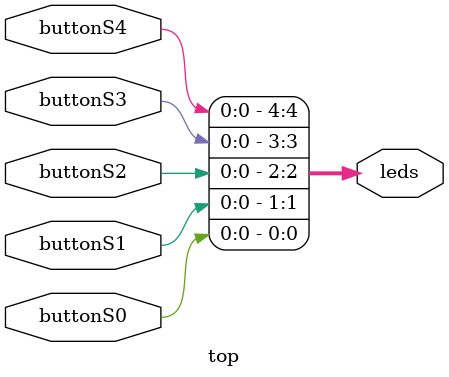
<source format=v>
module top(
  input wire buttonS0,
  input wire buttonS1,
  input wire buttonS2,
  input wire buttonS3,
  input wire buttonS4,
  output wire [4:0] leds
);

  assign leds[0] = buttonS0;
  assign leds[1] = buttonS1;
  assign leds[2] = buttonS2;
  assign leds[3] = buttonS3;
  assign leds[4] = buttonS4;

endmodule
</source>
